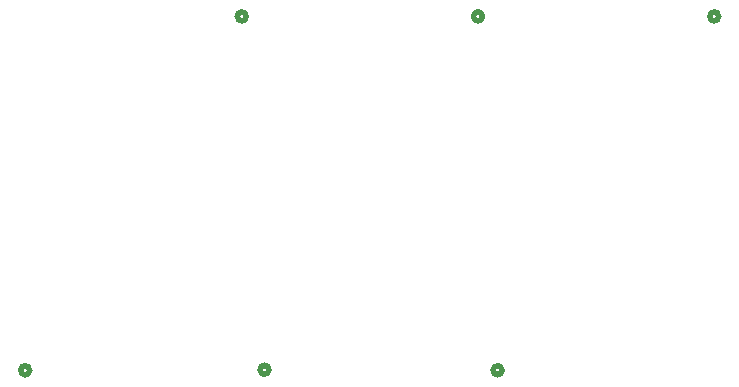
<source format=gbr>
%TF.GenerationSoftware,KiCad,Pcbnew,8.0.6*%
%TF.CreationDate,2025-05-08T15:46:12-04:00*%
%TF.ProjectId,5VConnectorBoard,3556436f-6e6e-4656-9374-6f72426f6172,rev?*%
%TF.SameCoordinates,Original*%
%TF.FileFunction,Legend,Bot*%
%TF.FilePolarity,Positive*%
%FSLAX46Y46*%
G04 Gerber Fmt 4.6, Leading zero omitted, Abs format (unit mm)*
G04 Created by KiCad (PCBNEW 8.0.6) date 2025-05-08 15:46:12*
%MOMM*%
%LPD*%
G01*
G04 APERTURE LIST*
%ADD10C,0.508000*%
G04 APERTURE END LIST*
D10*
%TO.C,U5*%
X125476003Y-107186407D02*
G75*
G02*
X124714003Y-107186407I-381000J0D01*
G01*
X124714003Y-107186407D02*
G75*
G02*
X125476003Y-107186407I381000J0D01*
G01*
%TO.C,U1*%
X123553399Y-77270101D02*
G75*
G02*
X122791399Y-77270101I-381000J0D01*
G01*
X122791399Y-77270101D02*
G75*
G02*
X123553399Y-77270101I381000J0D01*
G01*
%TO.C,U3*%
X163553399Y-77270101D02*
G75*
G02*
X162791399Y-77270101I-381000J0D01*
G01*
X162791399Y-77270101D02*
G75*
G02*
X163553399Y-77270101I381000J0D01*
G01*
%TO.C,U6*%
X145208601Y-107229900D02*
G75*
G02*
X144446601Y-107229900I-381000J0D01*
G01*
X144446601Y-107229900D02*
G75*
G02*
X145208601Y-107229900I381000J0D01*
G01*
%TO.C,U4*%
X105208601Y-107229900D02*
G75*
G02*
X104446601Y-107229900I-381000J0D01*
G01*
X104446601Y-107229900D02*
G75*
G02*
X105208601Y-107229900I381000J0D01*
G01*
%TO.C,U2*%
X143553399Y-77270101D02*
G75*
G02*
X142791399Y-77270101I-381000J0D01*
G01*
X142791399Y-77270101D02*
G75*
G02*
X143553399Y-77270101I381000J0D01*
G01*
%TD*%
M02*

</source>
